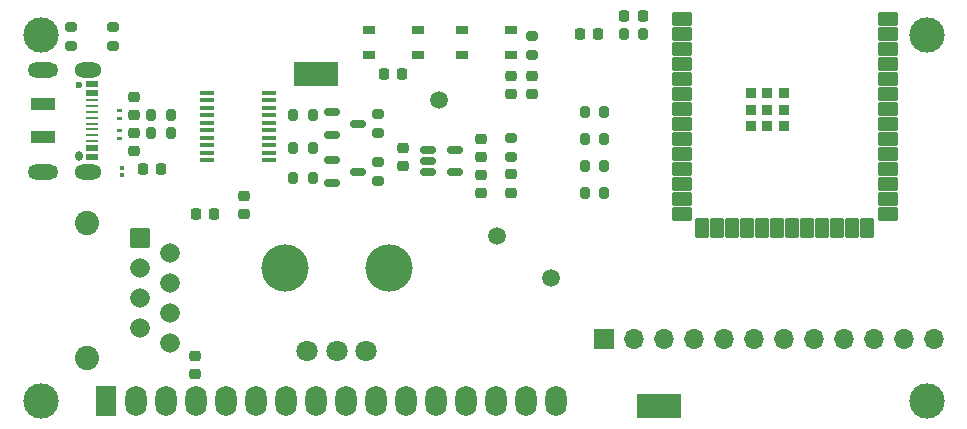
<source format=gbr>
%TF.GenerationSoftware,KiCad,Pcbnew,8.0.4*%
%TF.CreationDate,2024-10-27T11:38:08-06:00*%
%TF.ProjectId,SnakeTank,536e616b-6554-4616-9e6b-2e6b69636164,rev?*%
%TF.SameCoordinates,Original*%
%TF.FileFunction,Soldermask,Top*%
%TF.FilePolarity,Negative*%
%FSLAX46Y46*%
G04 Gerber Fmt 4.6, Leading zero omitted, Abs format (unit mm)*
G04 Created by KiCad (PCBNEW 8.0.4) date 2024-10-27 11:38:08*
%MOMM*%
%LPD*%
G01*
G04 APERTURE LIST*
G04 Aperture macros list*
%AMRoundRect*
0 Rectangle with rounded corners*
0 $1 Rounding radius*
0 $2 $3 $4 $5 $6 $7 $8 $9 X,Y pos of 4 corners*
0 Add a 4 corners polygon primitive as box body*
4,1,4,$2,$3,$4,$5,$6,$7,$8,$9,$2,$3,0*
0 Add four circle primitives for the rounded corners*
1,1,$1+$1,$2,$3*
1,1,$1+$1,$4,$5*
1,1,$1+$1,$6,$7*
1,1,$1+$1,$8,$9*
0 Add four rect primitives between the rounded corners*
20,1,$1+$1,$2,$3,$4,$5,0*
20,1,$1+$1,$4,$5,$6,$7,0*
20,1,$1+$1,$6,$7,$8,$9,0*
20,1,$1+$1,$8,$9,$2,$3,0*%
G04 Aperture macros list end*
%ADD10C,0.010000*%
%ADD11R,0.900000X0.900000*%
%ADD12RoundRect,0.102000X-0.750000X-0.450000X0.750000X-0.450000X0.750000X0.450000X-0.750000X0.450000X0*%
%ADD13RoundRect,0.102000X-0.450000X-0.750000X0.450000X-0.750000X0.450000X0.750000X-0.450000X0.750000X0*%
%ADD14R,3.800000X2.000000*%
%ADD15RoundRect,0.200000X-0.275000X0.200000X-0.275000X-0.200000X0.275000X-0.200000X0.275000X0.200000X0*%
%ADD16RoundRect,0.200000X-0.200000X-0.275000X0.200000X-0.275000X0.200000X0.275000X-0.200000X0.275000X0*%
%ADD17RoundRect,0.225000X0.225000X0.250000X-0.225000X0.250000X-0.225000X-0.250000X0.225000X-0.250000X0*%
%ADD18RoundRect,0.225000X-0.225000X-0.250000X0.225000X-0.250000X0.225000X0.250000X-0.225000X0.250000X0*%
%ADD19R,1.050000X0.650000*%
%ADD20RoundRect,0.218750X0.256250X-0.218750X0.256250X0.218750X-0.256250X0.218750X-0.256250X-0.218750X0*%
%ADD21RoundRect,0.225000X0.250000X-0.225000X0.250000X0.225000X-0.250000X0.225000X-0.250000X-0.225000X0*%
%ADD22RoundRect,0.225000X-0.250000X0.225000X-0.250000X-0.225000X0.250000X-0.225000X0.250000X0.225000X0*%
%ADD23R,1.200000X0.400000*%
%ADD24RoundRect,0.200000X0.275000X-0.200000X0.275000X0.200000X-0.275000X0.200000X-0.275000X-0.200000X0*%
%ADD25C,4.000000*%
%ADD26C,1.800000*%
%ADD27R,1.700000X1.700000*%
%ADD28O,1.700000X1.700000*%
%ADD29C,1.500000*%
%ADD30RoundRect,0.200000X0.200000X0.275000X-0.200000X0.275000X-0.200000X-0.275000X0.200000X-0.275000X0*%
%ADD31RoundRect,0.150000X-0.512500X-0.150000X0.512500X-0.150000X0.512500X0.150000X-0.512500X0.150000X0*%
%ADD32C,2.050000*%
%ADD33RoundRect,0.102000X-0.729000X0.729000X-0.729000X-0.729000X0.729000X-0.729000X0.729000X0.729000X0*%
%ADD34C,1.662000*%
%ADD35R,0.400000X0.380000*%
%ADD36C,0.600000*%
%ADD37R,2.000000X1.000000*%
%ADD38O,0.600000X0.850000*%
%ADD39R,1.000000X0.520000*%
%ADD40R,1.000000X0.270000*%
%ADD41O,2.300000X1.300000*%
%ADD42O,2.600000X1.300000*%
%ADD43O,1.800000X2.600000*%
%ADD44R,1.800000X2.600000*%
%ADD45C,3.000000*%
G04 APERTURE END LIST*
D10*
%TO.C,D2*%
X27695000Y-35000000D02*
X27697000Y-35000000D01*
X27700000Y-35001000D01*
X27702000Y-35001000D01*
X27705000Y-35002000D01*
X27707000Y-35003000D01*
X27710000Y-35004000D01*
X27712000Y-35006000D01*
X27714000Y-35007000D01*
X27716000Y-35009000D01*
X27718000Y-35010000D01*
X27720000Y-35012000D01*
X27722000Y-35014000D01*
X27724000Y-35016000D01*
X27726000Y-35018000D01*
X27727000Y-35020000D01*
X27729000Y-35022000D01*
X27730000Y-35024000D01*
X27732000Y-35026000D01*
X27733000Y-35029000D01*
X27734000Y-35031000D01*
X27735000Y-35034000D01*
X27735000Y-35036000D01*
X27736000Y-35039000D01*
X27736000Y-35041000D01*
X27737000Y-35044000D01*
X27737000Y-35046000D01*
X27737000Y-35049000D01*
X27737000Y-35109000D01*
X27737000Y-35112000D01*
X27737000Y-35114000D01*
X27736000Y-35117000D01*
X27736000Y-35119000D01*
X27735000Y-35122000D01*
X27735000Y-35124000D01*
X27734000Y-35127000D01*
X27733000Y-35129000D01*
X27732000Y-35132000D01*
X27730000Y-35134000D01*
X27729000Y-35136000D01*
X27727000Y-35138000D01*
X27726000Y-35140000D01*
X27724000Y-35142000D01*
X27722000Y-35144000D01*
X27720000Y-35146000D01*
X27718000Y-35148000D01*
X27716000Y-35149000D01*
X27714000Y-35151000D01*
X27712000Y-35152000D01*
X27710000Y-35154000D01*
X27707000Y-35155000D01*
X27705000Y-35156000D01*
X27702000Y-35157000D01*
X27700000Y-35157000D01*
X27697000Y-35158000D01*
X27695000Y-35158000D01*
X27692000Y-35159000D01*
X27690000Y-35159000D01*
X27687000Y-35159000D01*
X27427000Y-35159000D01*
X27424000Y-35159000D01*
X27422000Y-35159000D01*
X27419000Y-35158000D01*
X27417000Y-35158000D01*
X27414000Y-35157000D01*
X27412000Y-35157000D01*
X27409000Y-35156000D01*
X27407000Y-35155000D01*
X27404000Y-35154000D01*
X27402000Y-35152000D01*
X27400000Y-35151000D01*
X27398000Y-35149000D01*
X27396000Y-35148000D01*
X27394000Y-35146000D01*
X27392000Y-35144000D01*
X27390000Y-35142000D01*
X27388000Y-35140000D01*
X27387000Y-35138000D01*
X27385000Y-35136000D01*
X27384000Y-35134000D01*
X27382000Y-35132000D01*
X27381000Y-35129000D01*
X27380000Y-35127000D01*
X27379000Y-35124000D01*
X27379000Y-35122000D01*
X27378000Y-35119000D01*
X27378000Y-35117000D01*
X27377000Y-35114000D01*
X27377000Y-35112000D01*
X27377000Y-35109000D01*
X27377000Y-35049000D01*
X27377000Y-35046000D01*
X27377000Y-35044000D01*
X27378000Y-35041000D01*
X27378000Y-35039000D01*
X27379000Y-35036000D01*
X27379000Y-35034000D01*
X27380000Y-35031000D01*
X27381000Y-35029000D01*
X27382000Y-35026000D01*
X27384000Y-35024000D01*
X27385000Y-35022000D01*
X27387000Y-35020000D01*
X27388000Y-35018000D01*
X27390000Y-35016000D01*
X27392000Y-35014000D01*
X27394000Y-35012000D01*
X27396000Y-35010000D01*
X27398000Y-35009000D01*
X27400000Y-35007000D01*
X27402000Y-35006000D01*
X27404000Y-35004000D01*
X27407000Y-35003000D01*
X27409000Y-35002000D01*
X27412000Y-35001000D01*
X27414000Y-35001000D01*
X27417000Y-35000000D01*
X27419000Y-35000000D01*
X27422000Y-34999000D01*
X27424000Y-34999000D01*
X27427000Y-34999000D01*
X27687000Y-34999000D01*
X27690000Y-34999000D01*
X27692000Y-34999000D01*
X27695000Y-35000000D01*
G36*
X27695000Y-35000000D02*
G01*
X27697000Y-35000000D01*
X27700000Y-35001000D01*
X27702000Y-35001000D01*
X27705000Y-35002000D01*
X27707000Y-35003000D01*
X27710000Y-35004000D01*
X27712000Y-35006000D01*
X27714000Y-35007000D01*
X27716000Y-35009000D01*
X27718000Y-35010000D01*
X27720000Y-35012000D01*
X27722000Y-35014000D01*
X27724000Y-35016000D01*
X27726000Y-35018000D01*
X27727000Y-35020000D01*
X27729000Y-35022000D01*
X27730000Y-35024000D01*
X27732000Y-35026000D01*
X27733000Y-35029000D01*
X27734000Y-35031000D01*
X27735000Y-35034000D01*
X27735000Y-35036000D01*
X27736000Y-35039000D01*
X27736000Y-35041000D01*
X27737000Y-35044000D01*
X27737000Y-35046000D01*
X27737000Y-35049000D01*
X27737000Y-35109000D01*
X27737000Y-35112000D01*
X27737000Y-35114000D01*
X27736000Y-35117000D01*
X27736000Y-35119000D01*
X27735000Y-35122000D01*
X27735000Y-35124000D01*
X27734000Y-35127000D01*
X27733000Y-35129000D01*
X27732000Y-35132000D01*
X27730000Y-35134000D01*
X27729000Y-35136000D01*
X27727000Y-35138000D01*
X27726000Y-35140000D01*
X27724000Y-35142000D01*
X27722000Y-35144000D01*
X27720000Y-35146000D01*
X27718000Y-35148000D01*
X27716000Y-35149000D01*
X27714000Y-35151000D01*
X27712000Y-35152000D01*
X27710000Y-35154000D01*
X27707000Y-35155000D01*
X27705000Y-35156000D01*
X27702000Y-35157000D01*
X27700000Y-35157000D01*
X27697000Y-35158000D01*
X27695000Y-35158000D01*
X27692000Y-35159000D01*
X27690000Y-35159000D01*
X27687000Y-35159000D01*
X27427000Y-35159000D01*
X27424000Y-35159000D01*
X27422000Y-35159000D01*
X27419000Y-35158000D01*
X27417000Y-35158000D01*
X27414000Y-35157000D01*
X27412000Y-35157000D01*
X27409000Y-35156000D01*
X27407000Y-35155000D01*
X27404000Y-35154000D01*
X27402000Y-35152000D01*
X27400000Y-35151000D01*
X27398000Y-35149000D01*
X27396000Y-35148000D01*
X27394000Y-35146000D01*
X27392000Y-35144000D01*
X27390000Y-35142000D01*
X27388000Y-35140000D01*
X27387000Y-35138000D01*
X27385000Y-35136000D01*
X27384000Y-35134000D01*
X27382000Y-35132000D01*
X27381000Y-35129000D01*
X27380000Y-35127000D01*
X27379000Y-35124000D01*
X27379000Y-35122000D01*
X27378000Y-35119000D01*
X27378000Y-35117000D01*
X27377000Y-35114000D01*
X27377000Y-35112000D01*
X27377000Y-35109000D01*
X27377000Y-35049000D01*
X27377000Y-35046000D01*
X27377000Y-35044000D01*
X27378000Y-35041000D01*
X27378000Y-35039000D01*
X27379000Y-35036000D01*
X27379000Y-35034000D01*
X27380000Y-35031000D01*
X27381000Y-35029000D01*
X27382000Y-35026000D01*
X27384000Y-35024000D01*
X27385000Y-35022000D01*
X27387000Y-35020000D01*
X27388000Y-35018000D01*
X27390000Y-35016000D01*
X27392000Y-35014000D01*
X27394000Y-35012000D01*
X27396000Y-35010000D01*
X27398000Y-35009000D01*
X27400000Y-35007000D01*
X27402000Y-35006000D01*
X27404000Y-35004000D01*
X27407000Y-35003000D01*
X27409000Y-35002000D01*
X27412000Y-35001000D01*
X27414000Y-35001000D01*
X27417000Y-35000000D01*
X27419000Y-35000000D01*
X27422000Y-34999000D01*
X27424000Y-34999000D01*
X27427000Y-34999000D01*
X27687000Y-34999000D01*
X27690000Y-34999000D01*
X27692000Y-34999000D01*
X27695000Y-35000000D01*
G37*
X27695000Y-35700000D02*
X27697000Y-35700000D01*
X27700000Y-35701000D01*
X27702000Y-35701000D01*
X27705000Y-35702000D01*
X27707000Y-35703000D01*
X27710000Y-35704000D01*
X27712000Y-35706000D01*
X27714000Y-35707000D01*
X27716000Y-35709000D01*
X27718000Y-35710000D01*
X27720000Y-35712000D01*
X27722000Y-35714000D01*
X27724000Y-35716000D01*
X27726000Y-35718000D01*
X27727000Y-35720000D01*
X27729000Y-35722000D01*
X27730000Y-35724000D01*
X27732000Y-35726000D01*
X27733000Y-35729000D01*
X27734000Y-35731000D01*
X27735000Y-35734000D01*
X27735000Y-35736000D01*
X27736000Y-35739000D01*
X27736000Y-35741000D01*
X27737000Y-35744000D01*
X27737000Y-35746000D01*
X27737000Y-35749000D01*
X27737000Y-35809000D01*
X27737000Y-35812000D01*
X27737000Y-35814000D01*
X27736000Y-35817000D01*
X27736000Y-35819000D01*
X27735000Y-35822000D01*
X27735000Y-35824000D01*
X27734000Y-35827000D01*
X27733000Y-35829000D01*
X27732000Y-35832000D01*
X27730000Y-35834000D01*
X27729000Y-35836000D01*
X27727000Y-35838000D01*
X27726000Y-35840000D01*
X27724000Y-35842000D01*
X27722000Y-35844000D01*
X27720000Y-35846000D01*
X27718000Y-35848000D01*
X27716000Y-35849000D01*
X27714000Y-35851000D01*
X27712000Y-35852000D01*
X27710000Y-35854000D01*
X27707000Y-35855000D01*
X27705000Y-35856000D01*
X27702000Y-35857000D01*
X27700000Y-35857000D01*
X27697000Y-35858000D01*
X27695000Y-35858000D01*
X27692000Y-35859000D01*
X27690000Y-35859000D01*
X27687000Y-35859000D01*
X27427000Y-35859000D01*
X27424000Y-35859000D01*
X27422000Y-35859000D01*
X27419000Y-35858000D01*
X27417000Y-35858000D01*
X27414000Y-35857000D01*
X27412000Y-35857000D01*
X27409000Y-35856000D01*
X27407000Y-35855000D01*
X27404000Y-35854000D01*
X27402000Y-35852000D01*
X27400000Y-35851000D01*
X27398000Y-35849000D01*
X27396000Y-35848000D01*
X27394000Y-35846000D01*
X27392000Y-35844000D01*
X27390000Y-35842000D01*
X27388000Y-35840000D01*
X27387000Y-35838000D01*
X27385000Y-35836000D01*
X27384000Y-35834000D01*
X27382000Y-35832000D01*
X27381000Y-35829000D01*
X27380000Y-35827000D01*
X27379000Y-35824000D01*
X27379000Y-35822000D01*
X27378000Y-35819000D01*
X27378000Y-35817000D01*
X27377000Y-35814000D01*
X27377000Y-35812000D01*
X27377000Y-35809000D01*
X27377000Y-35749000D01*
X27377000Y-35746000D01*
X27377000Y-35744000D01*
X27378000Y-35741000D01*
X27378000Y-35739000D01*
X27379000Y-35736000D01*
X27379000Y-35734000D01*
X27380000Y-35731000D01*
X27381000Y-35729000D01*
X27382000Y-35726000D01*
X27384000Y-35724000D01*
X27385000Y-35722000D01*
X27387000Y-35720000D01*
X27388000Y-35718000D01*
X27390000Y-35716000D01*
X27392000Y-35714000D01*
X27394000Y-35712000D01*
X27396000Y-35710000D01*
X27398000Y-35709000D01*
X27400000Y-35707000D01*
X27402000Y-35706000D01*
X27404000Y-35704000D01*
X27407000Y-35703000D01*
X27409000Y-35702000D01*
X27412000Y-35701000D01*
X27414000Y-35701000D01*
X27417000Y-35700000D01*
X27419000Y-35700000D01*
X27422000Y-35699000D01*
X27424000Y-35699000D01*
X27427000Y-35699000D01*
X27687000Y-35699000D01*
X27690000Y-35699000D01*
X27692000Y-35699000D01*
X27695000Y-35700000D01*
G36*
X27695000Y-35700000D02*
G01*
X27697000Y-35700000D01*
X27700000Y-35701000D01*
X27702000Y-35701000D01*
X27705000Y-35702000D01*
X27707000Y-35703000D01*
X27710000Y-35704000D01*
X27712000Y-35706000D01*
X27714000Y-35707000D01*
X27716000Y-35709000D01*
X27718000Y-35710000D01*
X27720000Y-35712000D01*
X27722000Y-35714000D01*
X27724000Y-35716000D01*
X27726000Y-35718000D01*
X27727000Y-35720000D01*
X27729000Y-35722000D01*
X27730000Y-35724000D01*
X27732000Y-35726000D01*
X27733000Y-35729000D01*
X27734000Y-35731000D01*
X27735000Y-35734000D01*
X27735000Y-35736000D01*
X27736000Y-35739000D01*
X27736000Y-35741000D01*
X27737000Y-35744000D01*
X27737000Y-35746000D01*
X27737000Y-35749000D01*
X27737000Y-35809000D01*
X27737000Y-35812000D01*
X27737000Y-35814000D01*
X27736000Y-35817000D01*
X27736000Y-35819000D01*
X27735000Y-35822000D01*
X27735000Y-35824000D01*
X27734000Y-35827000D01*
X27733000Y-35829000D01*
X27732000Y-35832000D01*
X27730000Y-35834000D01*
X27729000Y-35836000D01*
X27727000Y-35838000D01*
X27726000Y-35840000D01*
X27724000Y-35842000D01*
X27722000Y-35844000D01*
X27720000Y-35846000D01*
X27718000Y-35848000D01*
X27716000Y-35849000D01*
X27714000Y-35851000D01*
X27712000Y-35852000D01*
X27710000Y-35854000D01*
X27707000Y-35855000D01*
X27705000Y-35856000D01*
X27702000Y-35857000D01*
X27700000Y-35857000D01*
X27697000Y-35858000D01*
X27695000Y-35858000D01*
X27692000Y-35859000D01*
X27690000Y-35859000D01*
X27687000Y-35859000D01*
X27427000Y-35859000D01*
X27424000Y-35859000D01*
X27422000Y-35859000D01*
X27419000Y-35858000D01*
X27417000Y-35858000D01*
X27414000Y-35857000D01*
X27412000Y-35857000D01*
X27409000Y-35856000D01*
X27407000Y-35855000D01*
X27404000Y-35854000D01*
X27402000Y-35852000D01*
X27400000Y-35851000D01*
X27398000Y-35849000D01*
X27396000Y-35848000D01*
X27394000Y-35846000D01*
X27392000Y-35844000D01*
X27390000Y-35842000D01*
X27388000Y-35840000D01*
X27387000Y-35838000D01*
X27385000Y-35836000D01*
X27384000Y-35834000D01*
X27382000Y-35832000D01*
X27381000Y-35829000D01*
X27380000Y-35827000D01*
X27379000Y-35824000D01*
X27379000Y-35822000D01*
X27378000Y-35819000D01*
X27378000Y-35817000D01*
X27377000Y-35814000D01*
X27377000Y-35812000D01*
X27377000Y-35809000D01*
X27377000Y-35749000D01*
X27377000Y-35746000D01*
X27377000Y-35744000D01*
X27378000Y-35741000D01*
X27378000Y-35739000D01*
X27379000Y-35736000D01*
X27379000Y-35734000D01*
X27380000Y-35731000D01*
X27381000Y-35729000D01*
X27382000Y-35726000D01*
X27384000Y-35724000D01*
X27385000Y-35722000D01*
X27387000Y-35720000D01*
X27388000Y-35718000D01*
X27390000Y-35716000D01*
X27392000Y-35714000D01*
X27394000Y-35712000D01*
X27396000Y-35710000D01*
X27398000Y-35709000D01*
X27400000Y-35707000D01*
X27402000Y-35706000D01*
X27404000Y-35704000D01*
X27407000Y-35703000D01*
X27409000Y-35702000D01*
X27412000Y-35701000D01*
X27414000Y-35701000D01*
X27417000Y-35700000D01*
X27419000Y-35700000D01*
X27422000Y-35699000D01*
X27424000Y-35699000D01*
X27427000Y-35699000D01*
X27687000Y-35699000D01*
X27690000Y-35699000D01*
X27692000Y-35699000D01*
X27695000Y-35700000D01*
G37*
%TO.C,D1*%
X27695000Y-33272800D02*
X27697000Y-33272800D01*
X27700000Y-33273800D01*
X27702000Y-33273800D01*
X27705000Y-33274800D01*
X27707000Y-33275800D01*
X27710000Y-33276800D01*
X27712000Y-33278800D01*
X27714000Y-33279800D01*
X27716000Y-33281800D01*
X27718000Y-33282800D01*
X27720000Y-33284800D01*
X27722000Y-33286800D01*
X27724000Y-33288800D01*
X27726000Y-33290800D01*
X27727000Y-33292800D01*
X27729000Y-33294800D01*
X27730000Y-33296800D01*
X27732000Y-33298800D01*
X27733000Y-33301800D01*
X27734000Y-33303800D01*
X27735000Y-33306800D01*
X27735000Y-33308800D01*
X27736000Y-33311800D01*
X27736000Y-33313800D01*
X27737000Y-33316800D01*
X27737000Y-33318800D01*
X27737000Y-33321800D01*
X27737000Y-33381800D01*
X27737000Y-33384800D01*
X27737000Y-33386800D01*
X27736000Y-33389800D01*
X27736000Y-33391800D01*
X27735000Y-33394800D01*
X27735000Y-33396800D01*
X27734000Y-33399800D01*
X27733000Y-33401800D01*
X27732000Y-33404800D01*
X27730000Y-33406800D01*
X27729000Y-33408800D01*
X27727000Y-33410800D01*
X27726000Y-33412800D01*
X27724000Y-33414800D01*
X27722000Y-33416800D01*
X27720000Y-33418800D01*
X27718000Y-33420800D01*
X27716000Y-33421800D01*
X27714000Y-33423800D01*
X27712000Y-33424800D01*
X27710000Y-33426800D01*
X27707000Y-33427800D01*
X27705000Y-33428800D01*
X27702000Y-33429800D01*
X27700000Y-33429800D01*
X27697000Y-33430800D01*
X27695000Y-33430800D01*
X27692000Y-33431800D01*
X27690000Y-33431800D01*
X27687000Y-33431800D01*
X27427000Y-33431800D01*
X27424000Y-33431800D01*
X27422000Y-33431800D01*
X27419000Y-33430800D01*
X27417000Y-33430800D01*
X27414000Y-33429800D01*
X27412000Y-33429800D01*
X27409000Y-33428800D01*
X27407000Y-33427800D01*
X27404000Y-33426800D01*
X27402000Y-33424800D01*
X27400000Y-33423800D01*
X27398000Y-33421800D01*
X27396000Y-33420800D01*
X27394000Y-33418800D01*
X27392000Y-33416800D01*
X27390000Y-33414800D01*
X27388000Y-33412800D01*
X27387000Y-33410800D01*
X27385000Y-33408800D01*
X27384000Y-33406800D01*
X27382000Y-33404800D01*
X27381000Y-33401800D01*
X27380000Y-33399800D01*
X27379000Y-33396800D01*
X27379000Y-33394800D01*
X27378000Y-33391800D01*
X27378000Y-33389800D01*
X27377000Y-33386800D01*
X27377000Y-33384800D01*
X27377000Y-33381800D01*
X27377000Y-33321800D01*
X27377000Y-33318800D01*
X27377000Y-33316800D01*
X27378000Y-33313800D01*
X27378000Y-33311800D01*
X27379000Y-33308800D01*
X27379000Y-33306800D01*
X27380000Y-33303800D01*
X27381000Y-33301800D01*
X27382000Y-33298800D01*
X27384000Y-33296800D01*
X27385000Y-33294800D01*
X27387000Y-33292800D01*
X27388000Y-33290800D01*
X27390000Y-33288800D01*
X27392000Y-33286800D01*
X27394000Y-33284800D01*
X27396000Y-33282800D01*
X27398000Y-33281800D01*
X27400000Y-33279800D01*
X27402000Y-33278800D01*
X27404000Y-33276800D01*
X27407000Y-33275800D01*
X27409000Y-33274800D01*
X27412000Y-33273800D01*
X27414000Y-33273800D01*
X27417000Y-33272800D01*
X27419000Y-33272800D01*
X27422000Y-33271800D01*
X27424000Y-33271800D01*
X27427000Y-33271800D01*
X27687000Y-33271800D01*
X27690000Y-33271800D01*
X27692000Y-33271800D01*
X27695000Y-33272800D01*
G36*
X27695000Y-33272800D02*
G01*
X27697000Y-33272800D01*
X27700000Y-33273800D01*
X27702000Y-33273800D01*
X27705000Y-33274800D01*
X27707000Y-33275800D01*
X27710000Y-33276800D01*
X27712000Y-33278800D01*
X27714000Y-33279800D01*
X27716000Y-33281800D01*
X27718000Y-33282800D01*
X27720000Y-33284800D01*
X27722000Y-33286800D01*
X27724000Y-33288800D01*
X27726000Y-33290800D01*
X27727000Y-33292800D01*
X27729000Y-33294800D01*
X27730000Y-33296800D01*
X27732000Y-33298800D01*
X27733000Y-33301800D01*
X27734000Y-33303800D01*
X27735000Y-33306800D01*
X27735000Y-33308800D01*
X27736000Y-33311800D01*
X27736000Y-33313800D01*
X27737000Y-33316800D01*
X27737000Y-33318800D01*
X27737000Y-33321800D01*
X27737000Y-33381800D01*
X27737000Y-33384800D01*
X27737000Y-33386800D01*
X27736000Y-33389800D01*
X27736000Y-33391800D01*
X27735000Y-33394800D01*
X27735000Y-33396800D01*
X27734000Y-33399800D01*
X27733000Y-33401800D01*
X27732000Y-33404800D01*
X27730000Y-33406800D01*
X27729000Y-33408800D01*
X27727000Y-33410800D01*
X27726000Y-33412800D01*
X27724000Y-33414800D01*
X27722000Y-33416800D01*
X27720000Y-33418800D01*
X27718000Y-33420800D01*
X27716000Y-33421800D01*
X27714000Y-33423800D01*
X27712000Y-33424800D01*
X27710000Y-33426800D01*
X27707000Y-33427800D01*
X27705000Y-33428800D01*
X27702000Y-33429800D01*
X27700000Y-33429800D01*
X27697000Y-33430800D01*
X27695000Y-33430800D01*
X27692000Y-33431800D01*
X27690000Y-33431800D01*
X27687000Y-33431800D01*
X27427000Y-33431800D01*
X27424000Y-33431800D01*
X27422000Y-33431800D01*
X27419000Y-33430800D01*
X27417000Y-33430800D01*
X27414000Y-33429800D01*
X27412000Y-33429800D01*
X27409000Y-33428800D01*
X27407000Y-33427800D01*
X27404000Y-33426800D01*
X27402000Y-33424800D01*
X27400000Y-33423800D01*
X27398000Y-33421800D01*
X27396000Y-33420800D01*
X27394000Y-33418800D01*
X27392000Y-33416800D01*
X27390000Y-33414800D01*
X27388000Y-33412800D01*
X27387000Y-33410800D01*
X27385000Y-33408800D01*
X27384000Y-33406800D01*
X27382000Y-33404800D01*
X27381000Y-33401800D01*
X27380000Y-33399800D01*
X27379000Y-33396800D01*
X27379000Y-33394800D01*
X27378000Y-33391800D01*
X27378000Y-33389800D01*
X27377000Y-33386800D01*
X27377000Y-33384800D01*
X27377000Y-33381800D01*
X27377000Y-33321800D01*
X27377000Y-33318800D01*
X27377000Y-33316800D01*
X27378000Y-33313800D01*
X27378000Y-33311800D01*
X27379000Y-33308800D01*
X27379000Y-33306800D01*
X27380000Y-33303800D01*
X27381000Y-33301800D01*
X27382000Y-33298800D01*
X27384000Y-33296800D01*
X27385000Y-33294800D01*
X27387000Y-33292800D01*
X27388000Y-33290800D01*
X27390000Y-33288800D01*
X27392000Y-33286800D01*
X27394000Y-33284800D01*
X27396000Y-33282800D01*
X27398000Y-33281800D01*
X27400000Y-33279800D01*
X27402000Y-33278800D01*
X27404000Y-33276800D01*
X27407000Y-33275800D01*
X27409000Y-33274800D01*
X27412000Y-33273800D01*
X27414000Y-33273800D01*
X27417000Y-33272800D01*
X27419000Y-33272800D01*
X27422000Y-33271800D01*
X27424000Y-33271800D01*
X27427000Y-33271800D01*
X27687000Y-33271800D01*
X27690000Y-33271800D01*
X27692000Y-33271800D01*
X27695000Y-33272800D01*
G37*
X27695000Y-33972800D02*
X27697000Y-33972800D01*
X27700000Y-33973800D01*
X27702000Y-33973800D01*
X27705000Y-33974800D01*
X27707000Y-33975800D01*
X27710000Y-33976800D01*
X27712000Y-33978800D01*
X27714000Y-33979800D01*
X27716000Y-33981800D01*
X27718000Y-33982800D01*
X27720000Y-33984800D01*
X27722000Y-33986800D01*
X27724000Y-33988800D01*
X27726000Y-33990800D01*
X27727000Y-33992800D01*
X27729000Y-33994800D01*
X27730000Y-33996800D01*
X27732000Y-33998800D01*
X27733000Y-34001800D01*
X27734000Y-34003800D01*
X27735000Y-34006800D01*
X27735000Y-34008800D01*
X27736000Y-34011800D01*
X27736000Y-34013800D01*
X27737000Y-34016800D01*
X27737000Y-34018800D01*
X27737000Y-34021800D01*
X27737000Y-34081800D01*
X27737000Y-34084800D01*
X27737000Y-34086800D01*
X27736000Y-34089800D01*
X27736000Y-34091800D01*
X27735000Y-34094800D01*
X27735000Y-34096800D01*
X27734000Y-34099800D01*
X27733000Y-34101800D01*
X27732000Y-34104800D01*
X27730000Y-34106800D01*
X27729000Y-34108800D01*
X27727000Y-34110800D01*
X27726000Y-34112800D01*
X27724000Y-34114800D01*
X27722000Y-34116800D01*
X27720000Y-34118800D01*
X27718000Y-34120800D01*
X27716000Y-34121800D01*
X27714000Y-34123800D01*
X27712000Y-34124800D01*
X27710000Y-34126800D01*
X27707000Y-34127800D01*
X27705000Y-34128800D01*
X27702000Y-34129800D01*
X27700000Y-34129800D01*
X27697000Y-34130800D01*
X27695000Y-34130800D01*
X27692000Y-34131800D01*
X27690000Y-34131800D01*
X27687000Y-34131800D01*
X27427000Y-34131800D01*
X27424000Y-34131800D01*
X27422000Y-34131800D01*
X27419000Y-34130800D01*
X27417000Y-34130800D01*
X27414000Y-34129800D01*
X27412000Y-34129800D01*
X27409000Y-34128800D01*
X27407000Y-34127800D01*
X27404000Y-34126800D01*
X27402000Y-34124800D01*
X27400000Y-34123800D01*
X27398000Y-34121800D01*
X27396000Y-34120800D01*
X27394000Y-34118800D01*
X27392000Y-34116800D01*
X27390000Y-34114800D01*
X27388000Y-34112800D01*
X27387000Y-34110800D01*
X27385000Y-34108800D01*
X27384000Y-34106800D01*
X27382000Y-34104800D01*
X27381000Y-34101800D01*
X27380000Y-34099800D01*
X27379000Y-34096800D01*
X27379000Y-34094800D01*
X27378000Y-34091800D01*
X27378000Y-34089800D01*
X27377000Y-34086800D01*
X27377000Y-34084800D01*
X27377000Y-34081800D01*
X27377000Y-34021800D01*
X27377000Y-34018800D01*
X27377000Y-34016800D01*
X27378000Y-34013800D01*
X27378000Y-34011800D01*
X27379000Y-34008800D01*
X27379000Y-34006800D01*
X27380000Y-34003800D01*
X27381000Y-34001800D01*
X27382000Y-33998800D01*
X27384000Y-33996800D01*
X27385000Y-33994800D01*
X27387000Y-33992800D01*
X27388000Y-33990800D01*
X27390000Y-33988800D01*
X27392000Y-33986800D01*
X27394000Y-33984800D01*
X27396000Y-33982800D01*
X27398000Y-33981800D01*
X27400000Y-33979800D01*
X27402000Y-33978800D01*
X27404000Y-33976800D01*
X27407000Y-33975800D01*
X27409000Y-33974800D01*
X27412000Y-33973800D01*
X27414000Y-33973800D01*
X27417000Y-33972800D01*
X27419000Y-33972800D01*
X27422000Y-33971800D01*
X27424000Y-33971800D01*
X27427000Y-33971800D01*
X27687000Y-33971800D01*
X27690000Y-33971800D01*
X27692000Y-33971800D01*
X27695000Y-33972800D01*
G36*
X27695000Y-33972800D02*
G01*
X27697000Y-33972800D01*
X27700000Y-33973800D01*
X27702000Y-33973800D01*
X27705000Y-33974800D01*
X27707000Y-33975800D01*
X27710000Y-33976800D01*
X27712000Y-33978800D01*
X27714000Y-33979800D01*
X27716000Y-33981800D01*
X27718000Y-33982800D01*
X27720000Y-33984800D01*
X27722000Y-33986800D01*
X27724000Y-33988800D01*
X27726000Y-33990800D01*
X27727000Y-33992800D01*
X27729000Y-33994800D01*
X27730000Y-33996800D01*
X27732000Y-33998800D01*
X27733000Y-34001800D01*
X27734000Y-34003800D01*
X27735000Y-34006800D01*
X27735000Y-34008800D01*
X27736000Y-34011800D01*
X27736000Y-34013800D01*
X27737000Y-34016800D01*
X27737000Y-34018800D01*
X27737000Y-34021800D01*
X27737000Y-34081800D01*
X27737000Y-34084800D01*
X27737000Y-34086800D01*
X27736000Y-34089800D01*
X27736000Y-34091800D01*
X27735000Y-34094800D01*
X27735000Y-34096800D01*
X27734000Y-34099800D01*
X27733000Y-34101800D01*
X27732000Y-34104800D01*
X27730000Y-34106800D01*
X27729000Y-34108800D01*
X27727000Y-34110800D01*
X27726000Y-34112800D01*
X27724000Y-34114800D01*
X27722000Y-34116800D01*
X27720000Y-34118800D01*
X27718000Y-34120800D01*
X27716000Y-34121800D01*
X27714000Y-34123800D01*
X27712000Y-34124800D01*
X27710000Y-34126800D01*
X27707000Y-34127800D01*
X27705000Y-34128800D01*
X27702000Y-34129800D01*
X27700000Y-34129800D01*
X27697000Y-34130800D01*
X27695000Y-34130800D01*
X27692000Y-34131800D01*
X27690000Y-34131800D01*
X27687000Y-34131800D01*
X27427000Y-34131800D01*
X27424000Y-34131800D01*
X27422000Y-34131800D01*
X27419000Y-34130800D01*
X27417000Y-34130800D01*
X27414000Y-34129800D01*
X27412000Y-34129800D01*
X27409000Y-34128800D01*
X27407000Y-34127800D01*
X27404000Y-34126800D01*
X27402000Y-34124800D01*
X27400000Y-34123800D01*
X27398000Y-34121800D01*
X27396000Y-34120800D01*
X27394000Y-34118800D01*
X27392000Y-34116800D01*
X27390000Y-34114800D01*
X27388000Y-34112800D01*
X27387000Y-34110800D01*
X27385000Y-34108800D01*
X27384000Y-34106800D01*
X27382000Y-34104800D01*
X27381000Y-34101800D01*
X27380000Y-34099800D01*
X27379000Y-34096800D01*
X27379000Y-34094800D01*
X27378000Y-34091800D01*
X27378000Y-34089800D01*
X27377000Y-34086800D01*
X27377000Y-34084800D01*
X27377000Y-34081800D01*
X27377000Y-34021800D01*
X27377000Y-34018800D01*
X27377000Y-34016800D01*
X27378000Y-34013800D01*
X27378000Y-34011800D01*
X27379000Y-34008800D01*
X27379000Y-34006800D01*
X27380000Y-34003800D01*
X27381000Y-34001800D01*
X27382000Y-33998800D01*
X27384000Y-33996800D01*
X27385000Y-33994800D01*
X27387000Y-33992800D01*
X27388000Y-33990800D01*
X27390000Y-33988800D01*
X27392000Y-33986800D01*
X27394000Y-33984800D01*
X27396000Y-33982800D01*
X27398000Y-33981800D01*
X27400000Y-33979800D01*
X27402000Y-33978800D01*
X27404000Y-33976800D01*
X27407000Y-33975800D01*
X27409000Y-33974800D01*
X27412000Y-33973800D01*
X27414000Y-33973800D01*
X27417000Y-33972800D01*
X27419000Y-33972800D01*
X27422000Y-33971800D01*
X27424000Y-33971800D01*
X27427000Y-33971800D01*
X27687000Y-33971800D01*
X27690000Y-33971800D01*
X27692000Y-33971800D01*
X27695000Y-33972800D01*
G37*
%TD*%
D11*
%TO.C,U2*%
X83820000Y-31974000D03*
X82420000Y-31974000D03*
X81020000Y-31974000D03*
X83820000Y-34774000D03*
X82420000Y-34774000D03*
X81020000Y-34774000D03*
X83820000Y-33374000D03*
X81020000Y-33374000D03*
X82420000Y-33374000D03*
D12*
X92670000Y-25654000D03*
X92670000Y-26924000D03*
X92670000Y-28194000D03*
X92670000Y-29464000D03*
X92670000Y-30734000D03*
X92670000Y-32004000D03*
X92670000Y-33274000D03*
X92670000Y-34544000D03*
X92670000Y-35814000D03*
X92670000Y-37084000D03*
X92670000Y-38354000D03*
X92670000Y-39624000D03*
X92670000Y-40894000D03*
X92670000Y-42164000D03*
D13*
X90905000Y-43414000D03*
X89635000Y-43414000D03*
X88365000Y-43414000D03*
X87095000Y-43414000D03*
X85825000Y-43414000D03*
X84555000Y-43414000D03*
X83285000Y-43414000D03*
X82015000Y-43414000D03*
X80745000Y-43414000D03*
X79475000Y-43414000D03*
X78205000Y-43414000D03*
X76935000Y-43414000D03*
D12*
X75170000Y-42164000D03*
X75170000Y-40894000D03*
X75170000Y-39624000D03*
X75170000Y-38354000D03*
X75170000Y-37084000D03*
X75170000Y-35814000D03*
X75170000Y-34544000D03*
X75170000Y-33274000D03*
X75170000Y-32004000D03*
X75170000Y-30734000D03*
X75170000Y-29464000D03*
X75170000Y-28194000D03*
X75170000Y-26924000D03*
X75170000Y-25654000D03*
%TD*%
D14*
%TO.C,TP5*%
X73279000Y-58420000D03*
%TD*%
%TO.C,TP4*%
X44196000Y-30353000D03*
%TD*%
D15*
%TO.C,R5*%
X60706000Y-35751000D03*
X60706000Y-37401000D03*
%TD*%
D16*
%TO.C,R16*%
X42293700Y-36576000D03*
X43943700Y-36576000D03*
%TD*%
D17*
%TO.C,C5*%
X51497000Y-30304000D03*
X49947000Y-30304000D03*
%TD*%
D18*
%TO.C,C14*%
X34023000Y-42164000D03*
X35573000Y-42164000D03*
%TD*%
D19*
%TO.C,RESET1*%
X56599000Y-26611000D03*
X56599000Y-28761000D03*
X60749000Y-26611000D03*
X60749000Y-28761000D03*
%TD*%
D20*
%TO.C,D3*%
X60706000Y-40411500D03*
X60706000Y-38836500D03*
%TD*%
D21*
%TO.C,C8*%
X28827000Y-33822000D03*
X28827000Y-32272000D03*
%TD*%
D22*
%TO.C,C3*%
X58166000Y-38874500D03*
X58166000Y-40424500D03*
%TD*%
D16*
%TO.C,R13*%
X66993000Y-38100000D03*
X68643000Y-38100000D03*
%TD*%
D23*
%TO.C,U4*%
X40221700Y-37655500D03*
X40221700Y-37020500D03*
X40221700Y-36385500D03*
X40221700Y-35750500D03*
X40221700Y-35115500D03*
X40221700Y-34480500D03*
X40221700Y-33845500D03*
X40221700Y-33210500D03*
X40221700Y-32575500D03*
X40221700Y-31940500D03*
X35021700Y-31940500D03*
X35021700Y-32575500D03*
X35021700Y-33210500D03*
X35021700Y-33845500D03*
X35021700Y-34480500D03*
X35021700Y-35115500D03*
X35021700Y-35750500D03*
X35021700Y-36385500D03*
X35021700Y-37020500D03*
X35021700Y-37655500D03*
%TD*%
D24*
%TO.C,R1*%
X23493000Y-27999000D03*
X23493000Y-26349000D03*
%TD*%
D18*
%TO.C,C10*%
X70332000Y-25400000D03*
X71882000Y-25400000D03*
%TD*%
D25*
%TO.C,RV1*%
X41574000Y-46802000D03*
X50374000Y-46802000D03*
D26*
X48474000Y-53802000D03*
X45974000Y-53802000D03*
X43474000Y-53802000D03*
%TD*%
D27*
%TO.C,J1*%
X68580000Y-52807000D03*
D28*
X71120000Y-52807000D03*
X73660000Y-52807000D03*
X76200000Y-52807000D03*
X78740000Y-52807000D03*
X81280000Y-52807000D03*
X83820000Y-52807000D03*
X86360000Y-52807000D03*
X88900000Y-52807000D03*
X91440000Y-52807000D03*
X93980000Y-52807000D03*
X96520000Y-52807000D03*
%TD*%
D29*
%TO.C,TP2*%
X59563000Y-44069000D03*
%TD*%
D22*
%TO.C,C12*%
X62484000Y-30467000D03*
X62484000Y-32017000D03*
%TD*%
D16*
%TO.C,R9*%
X43943700Y-39116000D03*
X42293700Y-39116000D03*
%TD*%
D30*
%TO.C,R7*%
X71932000Y-26924000D03*
X70282000Y-26924000D03*
%TD*%
D24*
%TO.C,R11*%
X49468700Y-39433000D03*
X49468700Y-37783000D03*
%TD*%
D29*
%TO.C,TP1*%
X54610000Y-32512000D03*
%TD*%
D31*
%TO.C,U1*%
X53726500Y-36733500D03*
X53726500Y-37683500D03*
X53726500Y-38633500D03*
X56001500Y-38633500D03*
X56001500Y-36733500D03*
%TD*%
D16*
%TO.C,R8*%
X42293700Y-33782000D03*
X43943700Y-33782000D03*
%TD*%
%TO.C,R15*%
X66993000Y-33528000D03*
X68643000Y-33528000D03*
%TD*%
D31*
%TO.C,Q2*%
X47812200Y-38608000D03*
X45537200Y-39558000D03*
X45537200Y-37658000D03*
%TD*%
D22*
%TO.C,C2*%
X58166000Y-35826500D03*
X58166000Y-37376500D03*
%TD*%
D29*
%TO.C,TP3*%
X64135000Y-47625000D03*
%TD*%
D22*
%TO.C,C4*%
X60706000Y-30467000D03*
X60706000Y-32017000D03*
%TD*%
D30*
%TO.C,R6*%
X31938000Y-33809000D03*
X30288000Y-33809000D03*
%TD*%
D22*
%TO.C,C1*%
X51562000Y-36563000D03*
X51562000Y-38113000D03*
%TD*%
D16*
%TO.C,R12*%
X66993000Y-40386000D03*
X68643000Y-40386000D03*
%TD*%
D17*
%TO.C,C11*%
X68085000Y-26924000D03*
X66535000Y-26924000D03*
%TD*%
D22*
%TO.C,C7*%
X38100000Y-40627000D03*
X38100000Y-42177000D03*
%TD*%
D21*
%TO.C,C13*%
X34004000Y-55766000D03*
X34004000Y-54216000D03*
%TD*%
D32*
%TO.C,J3*%
X24860000Y-42926000D03*
X24860000Y-54356000D03*
D33*
X29340000Y-44196000D03*
D34*
X31880000Y-45466000D03*
X29340000Y-46736000D03*
X31880000Y-48006000D03*
X29340000Y-49276000D03*
X31880000Y-50546000D03*
X29340000Y-51816000D03*
X31880000Y-53086000D03*
%TD*%
D15*
%TO.C,R3*%
X62484000Y-27115000D03*
X62484000Y-28765000D03*
%TD*%
D35*
%TO.C,FB1*%
X27811000Y-38885000D03*
X27811000Y-38323000D03*
%TD*%
D16*
%TO.C,R4*%
X30288000Y-35333000D03*
X31938000Y-35333000D03*
%TD*%
D19*
%TO.C,BOOT1*%
X48725000Y-26611000D03*
X48725000Y-28761000D03*
X52875000Y-26611000D03*
X52875000Y-28761000D03*
%TD*%
D31*
%TO.C,Q1*%
X45537200Y-33594000D03*
X45537200Y-35494000D03*
X47812200Y-34544000D03*
%TD*%
D22*
%TO.C,C9*%
X28827000Y-35320000D03*
X28827000Y-36870000D03*
%TD*%
D16*
%TO.C,R14*%
X66993000Y-35814000D03*
X68643000Y-35814000D03*
%TD*%
D18*
%TO.C,C6*%
X29576000Y-38350000D03*
X31126000Y-38350000D03*
%TD*%
D24*
%TO.C,R10*%
X49468700Y-35369000D03*
X49468700Y-33719000D03*
%TD*%
D36*
%TO.C,J2*%
X24173000Y-31286000D03*
D37*
X21073000Y-32886000D03*
X21073000Y-35686000D03*
D38*
X24173000Y-37286000D03*
D39*
X25273000Y-31186000D03*
X25273000Y-31936000D03*
D40*
X25273000Y-32536000D03*
X25273000Y-34036000D03*
X25273000Y-35036000D03*
X25273000Y-36036000D03*
D39*
X25273000Y-36636000D03*
X25273000Y-37386000D03*
X25273000Y-37386000D03*
X25273000Y-36636000D03*
D40*
X25273000Y-35536000D03*
X25273000Y-34536000D03*
X25273000Y-33536000D03*
X25273000Y-33036000D03*
D39*
X25273000Y-31936000D03*
X25273000Y-31186000D03*
D41*
X24898000Y-29966000D03*
D42*
X21073000Y-29966000D03*
D41*
X24898000Y-38606000D03*
D42*
X21073000Y-38606000D03*
%TD*%
D24*
%TO.C,R2*%
X27049000Y-27999000D03*
X27049000Y-26349000D03*
%TD*%
D43*
%TO.C,DS1*%
X64516000Y-58029500D03*
X61976000Y-58029500D03*
X59436000Y-58029500D03*
X56896000Y-58029500D03*
X54356000Y-58029500D03*
X51816000Y-58029500D03*
X49276000Y-58029500D03*
X46736000Y-58029500D03*
X44196000Y-58029500D03*
X41656000Y-58029500D03*
X39116000Y-58029500D03*
X36576000Y-58029500D03*
X34036000Y-58029500D03*
X31496000Y-58029500D03*
X28956000Y-58029500D03*
D44*
X26416000Y-58029500D03*
D45*
X95916000Y-58029500D03*
X95915480Y-27028800D03*
X20916900Y-58029500D03*
X20916900Y-27028800D03*
%TD*%
M02*

</source>
